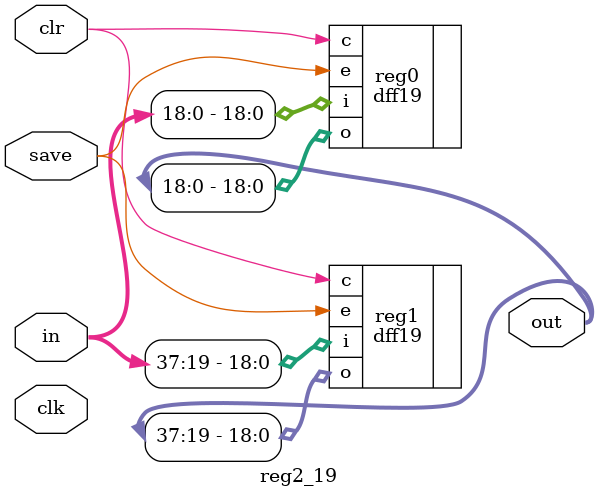
<source format=v>
`timescale 1ns / 1ps


module reg2_19(
    input [37:0] in,
    output [37:0] out,
    input save,
    input clr,
    input clk
    );
    
    
    dff19 reg0(
        .i(in[18:0]),
        .e(save),
        .c(clr),
        .o(out[18:0])
        );
    dff19 reg1(
                .i(in[37:19]),
                .e(save),
                .c(clr),
                .o(out[37:19])
                );
   
endmodule

</source>
